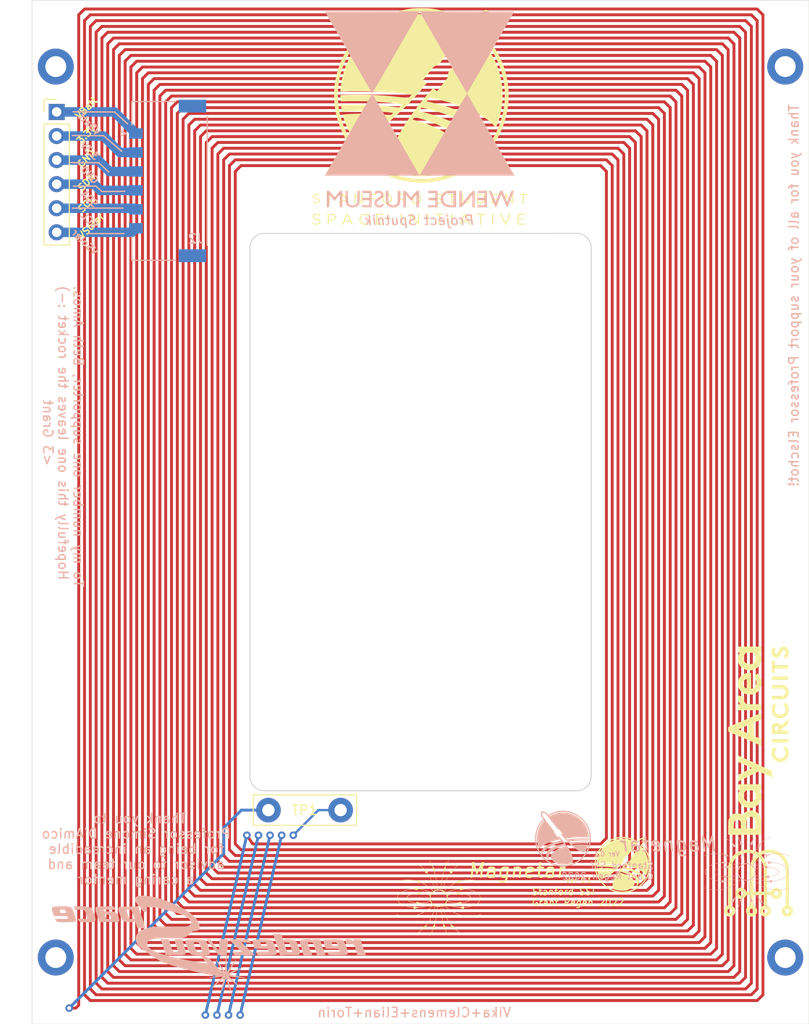
<source format=kicad_pcb>
(kicad_pcb (version 20221018) (generator pcbnew)
  (layers (0 "F.Cu" signal) (1 "In1.Cu" signal) (2 "In2.Cu" signal) (3 "In3.Cu" signal) (4 "In4.Cu" signal) (31 "B.Cu" signal) (34 "B.Paste" user) (35 "F.Paste" user) (36 "B.SilkS" user "B.Silkscreen") (37 "F.SilkS" user "F.Silkscreen") (38 "B.Mask" user) (39 "F.Mask" user) (44 "Edge.Cuts" user))
  (net 0 "")
  (net 5 "Coil_IN")
  (net 6 "Net-(J1-Pin_1)")
  (net 7 "Net-(J1-Pin_2)")
  (net 8 "Net-(J1-Pin_3)")
  (net 9 "Net-(J1-Pin_4)")
  (net 10 "Net-(J1-Pin_5)")
  (net 11 "Net-(J1-Pin_6)")
  (footprint "panels:logo_magnet_1" (layer "F.Cu") (at 155.48 133.23)
    (fp_text reference "REF**" hide)
    (fp_text value "logo_magnet_1" hide)
  )
  (footprint "Connector_PinHeader_2.54mm:PinHeader_1x06_P2.54mm_Vertical" (layer "F.Cu") (at 115.14 50.284)
    (fp_text reference "J1" hide)
    (fp_text value "Through_Hole_1")
    (pad "1" thru_hole rect locked (at 0 0) (size 1.7 1.7) (drill 1) (layers "*.Cu" "*.Mask") (net 6 "Net-(J1-Pin_1)"))
    (pad "2" thru_hole oval locked (at 0 2.54) (size 1.7 1.7) (drill 1) (layers "*.Cu" "*.Mask") (net 7 "Net-(J1-Pin_2)"))
    (pad "3" thru_hole oval locked (at 0 5.08) (size 1.7 1.7) (drill 1) (layers "*.Cu" "*.Mask") (net 8 "Net-(J1-Pin_3)"))
    (pad "4" thru_hole oval locked (at 0 7.62) (size 1.7 1.7) (drill 1) (layers "*.Cu" "*.Mask") (net 9 "Net-(J1-Pin_4)"))
    (pad "5" thru_hole oval locked (at 0 10.16) (size 1.7 1.7) (drill 1) (layers "*.Cu" "*.Mask") (net 10 "Net-(J1-Pin_5)"))
    (pad "6" thru_hole oval locked (at 0 12.7) (size 1.7 1.7) (drill 1) (layers "*.Cu" "*.Mask") (net 11 "Net-(J1-Pin_6)"))
  )
  (footprint "panels:logo_SSI" (layer "F.Cu") (at 153.85 49.22)
    (fp_text reference "REF**" hide)
    (fp_text value "logo_SSI" hide)
  )
  (footprint "MountingHole:MountingHole_2.2mm_M2_DIN965_Pad_TopBottom" (layer "F.Cu") (at 192.046 139.497997)
    (fp_text reference "H2" hide)
    (fp_text value "~")
    (pad "1" thru_hole circle (at 0 0) (size 2.6 2.6) (drill 2.2) (layers "*.Cu" "*.Mask"))
    (pad "1" connect circle (at 0 0) (size 3.8 3.8) (layers "F.Cu" "F.Mask"))
    (pad "1" connect circle (at 0 0) (size 3.8 3.8) (layers "B.Cu" "B.Mask"))
  )
  (footprint "panels:BAC_logo" (layer "F.Cu") (at 188.8 120.71 90)
    (fp_text reference "REF**" hide)
    (fp_text value "BAC_logo" hide)
  )
  (footprint "panels:TestPointConnection" (layer "F.Cu") (at 141.312 124.444)
    (fp_text reference "TP1" (at 0 -0.5 unlocked) (layer "F.SilkS"))
    (fp_text value "Start/End of Coil Series" hide)
    (pad "1" thru_hole circle locked (at -3.82 -0.5) (size 2.6 2.6) (drill 1.3) (layers "*.Cu" "*.Mask") (net 5 "Coil_IN"))
    (pad "2" thru_hole circle locked (at 3.8 -0.5) (size 2.6 2.6) (drill 1.3) (layers "*.Cu" "*.Mask") (net 5 "Coil_IN"))
  )
  (footprint "MountingHole:MountingHole_2.2mm_M2_DIN965_Pad_TopBottom" (layer "F.Cu") (at 192.046 45.497997)
    (fp_text reference "H3" hide)
    (fp_text value "~" hide)
    (pad "1" thru_hole circle (at 0 0) (size 2.6 2.6) (drill 2.2) (layers "*.Cu" "*.Mask"))
    (pad "1" connect circle (at 0 0) (size 3.8 3.8) (layers "F.Cu" "F.Mask"))
    (pad "1" connect circle (at 0 0) (size 3.8 3.8) (layers "B.Cu" "B.Mask"))
  )
  (footprint "MountingHole:MountingHole_2.2mm_M2_DIN965_Pad_TopBottom" (layer "F.Cu") (at 115.046 45.497997)
    (fp_text reference "H4" hide)
    (fp_text value "~")
    (pad "1" thru_hole circle (at 0 0) (size 2.6 2.6) (drill 2.2) (layers "*.Cu" "*.Mask"))
    (pad "1" connect circle (at 0 0) (size 3.8 3.8) (layers "F.Cu" "F.Mask"))
    (pad "1" connect circle (at 0 0) (size 3.8 3.8) (layers "B.Cu" "B.Mask"))
  )
  (footprint "panels:logo_SSI_small" (layer "F.Cu") (at 174.71 130)
    (fp_text reference "REF**" hide)
    (fp_text value "logo_SSI_small" hide)
  )
  (footprint "MountingHole:MountingHole_2.2mm_M2_DIN965_Pad_TopBottom" (layer "F.Cu") (at 115.046 139.497997)
    (fp_text reference "H1" hide)
    (fp_text value "~")
    (pad "1" thru_hole circle (at 0 0) (size 2.6 2.6) (drill 2.2) (layers "*.Cu" "*.Mask"))
    (pad "1" connect circle (at 0 0) (size 3.8 3.8) (layers "F.Cu" "F.Mask"))
    (pad "1" connect circle (at 0 0) (size 3.8 3.8) (layers "B.Cu" "B.Mask"))
  )
  (footprint "panels:logo_magnet_1" (layer "B.Cu") (at 187.97 130.46 180)
    (fp_text reference "REF**" hide)
    (fp_text value "logo_magnet_1" hide)
  )
  (footprint "panels:logo_Wende_Sputnik" (layer "B.Cu") (at 153.44899 48.205361 180)
    (fp_text reference "REF**" hide)
    (fp_text value "logo_Wende_Sputnik" hide)
    (fp_text user "Project Sputnik" (at 0 -13.5 unlocked) (layer "B.SilkS") (effects (font (thickness 0.15) italic) (justify mirror)))
  )
  (footprint "panels:MOLEX_2053380006" (layer "B.Cu") (at 127.05 57.56 90)
    (fp_text reference "J2" (at -6.096 2.794) (layer "B.SilkS") (effects (justify mirror)))
    (fp_text value "MOLEX_2053380006")
    (pad "1" smd rect (at 5 -3.55 90) (size 1.1 1.45) (layers "B.Cu" "B.Paste") (net 6 "Net-(J1-Pin_1)"))
    (pad "2" smd rect (at 3 -3.55 90) (size 1.1 1.45) (layers "B.Cu" "B.Paste") (net 7 "Net-(J1-Pin_2)"))
    (pad "3" smd rect (at 1 -3.55 90) (size 1.1 1.45) (layers "B.Cu" "B.Paste") (net 8 "Net-(J1-Pin_3)"))
    (pad "4" smd rect (at -1 -3.55 90) (size 1.1 1.45) (layers "B.Cu" "B.Paste") (net 9 "Net-(J1-Pin_4)"))
    (pad "5" smd rect (at -3 -3.55 90) (size 1.1 1.45) (layers "B.Cu" "B.Paste") (net 10 "Net-(J1-Pin_5)"))
    (pad "6" smd rect (at -5 -3.55 90) (size 1.1 1.45) (layers "B.Cu" "B.Paste") (net 11 "Net-(J1-Pin_6)"))
    (pad "S1" smd rect (at 7.895 2.425 90) (size 1.35 2.9) (layers "B.Cu" "B.Paste"))
    (pad "S2" smd rect (at -7.895 2.425 90) (size 1.35 2.9) (layers "B.Cu" "B.Paste"))
  )
  (footprint "panels:SLAB_logo" (layer "B.Cu") (at 131.429639 136.959096 180)
    (fp_text reference "REF**" hide)
    (fp_text value "SLAB_logo" hide)
  )
  (footprint "panels:logo_SSI_small" (layer "B.Cu") (at 168.74 127.23 180)
    (fp_text reference "REF**" hide)
    (fp_text value "logo_SSI_small" hide)
  )
  (gr_line (start 120.1 52.79) (end 122.01 54.45) (stroke (width 0.15)) (layer "B.SilkS"))
  (gr_line (start 116.87 50.27) (end 121.25 50.29) (stroke (width 0.15)) (layer "B.SilkS"))
  (gr_line (start 121.25 50.29) (end 122.62 51.54) (stroke (width 0.15)) (layer "B.SilkS"))
  (gr_line (start 116.65 55.62) (end 119.58 55.64) (stroke (width 0.15)) (layer "B.SilkS"))
  (gr_line (start 118.48 63.12) (end 122.25 63.12) (stroke (width 0.15)) (layer "B.SilkS"))
  (gr_line (start 119.91 58.68) (end 122.32 58.66) (stroke (width 0.15)) (layer "B.SilkS"))
  (gr_line (start 119.28 58.11) (end 119.91 58.68) (stroke (width 0.15)) (layer "B.SilkS"))
  (gr_line (start 116.79 60.43) (end 122.13 60.43) (stroke (width 0.15)) (layer "B.SilkS"))
  (gr_line (start 119.58 55.64) (end 120.65 56.63) (stroke (width 0.15)) (layer "B.SilkS"))
  (gr_line (start 116.79 52.77) (end 120.1 52.79) (stroke (width 0.15)) (layer "B.SilkS"))
  (gr_line (start 116.9 58.11) (end 119.28 58.11) (stroke (width 0.15)) (layer "B.SilkS"))
  (gr_arc (start 171.554 120.4) (mid 171.11466 121.46066) (end 170.054 121.9) (stroke (width 0.1)) (layer "Edge.Cuts"))
  (gr_arc (start 170.053171 63.097667) (mid 171.113853 63.536985) (end 171.553171 64.597667) (stroke (width 0.1)) (layer "Edge.Cuts"))
  (gr_line (start 112.546 146.497997) (end 194.546 146.497997) (stroke (width 0.05)) (layer "Edge.Cuts"))
  (gr_line (start 194.546 38.497997) (end 112.546 38.497997) (stroke (width 0.05)) (layer "Edge.Cuts"))
  (gr_line (start 135.53966 110.90066) (end 135.54317 74.097667) (stroke (width 0.1)) (layer "Edge.Cuts"))
  (gr_line (start 171.554001 110.9) (end 171.554 120.4) (stroke (width 0.1)) (layer "Edge.Cuts"))
  (gr_line (start 170.053171 63.097667) (end 137.03883 63.098327) (stroke (width 0.1)) (layer "Edge.Cuts"))
  (gr_arc (start 135.53883 64.598327) (mid 135.978163 63.53766) (end 137.03883 63.098327) (stroke (width 0.1)) (layer "Edge.Cuts"))
  (gr_line (start 171.553171 64.597667) (end 171.55317 74.097667) (stroke (width 0.1)) (layer "Edge.Cuts"))
  (gr_line (start 135.54317 74.097667) (end 135.53883 64.598327) (stroke (width 0.1)) (layer "Edge.Cuts"))
  (gr_arc (start 137.044 121.9) (mid 135.98334 121.46066) (end 135.544 120.4) (stroke (width 0.1)) (layer "Edge.Cuts"))
  (gr_line (start 112.546 146.497997) (end 112.546 38.497997) (stroke (width 0.05)) (layer "Edge.Cuts"))
  (gr_line (start 171.55317 74.097667) (end 171.554001 110.9) (stroke (width 0.1)) (layer "Edge.Cuts"))
  (gr_line (start 135.544 120.4) (end 135.53966 110.90066) (stroke (width 0.1)) (layer "Edge.Cuts"))
  (gr_line (start 194.546 146.497997) (end 194.546 38.497997) (stroke (width 0.05)) (layer "Edge.Cuts"))
  (gr_line (start 137.044 121.9) (end 170.054 121.9) (stroke (width 0.1)) (layer "Edge.Cuts"))
  (gr_text "VSolar" (at 118.112 64.036 -45) (layer "B.SilkS") (effects (font (size 0.7 0.7)) (justify mirror)))
  (gr_text "Thank you for all of your support Professor Elschot!" (at 192.95 69.64 90) (layer "B.SilkS") (effects (font (size 1 1)) (justify mirror)))
  (gr_text "Thank you to \nProfessor Simone D'Amico\nfor being an increadible\nadvisor to our team and\na caring mentor" (at 123.54 128.04) (layer "B.SilkS") (effects (font (size 1 1)) (justify mirror)))
  (gr_text "Stanford SSI \nGrant Regen 2022" (at 178.24 130.35) (layer "B.SilkS") (effects (font (size 0.7 0.7) (thickness 0.1) italic) (justify left mirror)))
  (gr_text "SDA" (at 118.62 59.464 -45) (layer "B.SilkS") (effects (font (size 0.7 0.7)) (justify mirror)))
  (gr_text "Ver 0.1" (at 173.19 128.57) (layer "B.SilkS") (effects (font (size 0.5 0.5) (thickness 0.1)) (justify mirror)))
  (gr_text "3.3V" (at 118.62 54.384 -45) (layer "B.SilkS") (effects (font (size 0.7 0.7)) (justify mirror)))
  (gr_text "To my number one supporter, Beth Amos. \nHopefully this one leaves the rocket :-)\n<3 Grant" (at 115.82 84.14 270) (layer "B.SilkS") (effects (font (size 1 1)) (justify mirror)))
  (gr_text "GND" (at 118.62 56.924 -45) (layer "B.SilkS") (effects (font (size 0.7 0.7)) (justify mirror)))
  (gr_text "VBatt" (at 118.62 51.59 -45) (layer "B.SilkS") (effects (font (size 0.7 0.7)) (justify mirror)))
  (gr_text "Vika+Clemens+Elian+Torin" (at 152.88 145.29) (layer "B.SilkS") (effects (font (size 1 1)) (justify mirror)))
  (gr_text "SCL" (at 118.62 61.75 -45) (layer "B.SilkS") (effects (font (size 0.7 0.7)) (justify mirror)))
  (gr_text "Magnetar" (at 179.76 127.55) (layer "B.SilkS") (effects (font (size 1.5 1.5) (thickness 0.2) italic) (justify mirror)))
  (gr_text "Ver 0.1" (at 170.26 131.34) (layer "F.SilkS") (effects (font (size 0.5 0.5) (thickness 0.1))))
  (gr_text "Magnetar" (at 163.69 130.32) (layer "F.SilkS") (effects (font (size 1.5 1.5) (thickness 0.2) italic)))
  (gr_text "Stanford SSI \nGrant Regen 2022" (at 165.21 133.12) (layer "F.SilkS") (effects (font (size 0.7 0.7) (thickness 0.1) italic) (justify left)))
  (gr_text "GND" (at 118.272 55.208 45) (layer "F.SilkS") (effects (font (size 0.7 0.7))))
  (gr_text "VSolar" (at 118.78 62.32 45) (layer "F.SilkS") (effects (font (size 0.7 0.7))))
  (gr_text "3.3V" (at 118.272 52.668 45) (layer "F.SilkS") (effects (font (size 0.7 0.7))))
  (gr_text "SCL" (at 118.272 60.034 45) (layer "F.SilkS") (effects (font (size 0.7 0.7))))
  (gr_text "SDA" (at 118.272 57.748 45) (layer "F.SilkS") (effects (font (size 0.7 0.7))))
  (gr_text "VBatt" (at 118.272 49.874 45) (layer "F.SilkS") (effects (font (size 0.7 0.7))))
  (segment (start 182.96 136.691999) (end 182.348 137.303999) (width 0.306) (layer "F.Cu") (net 5))
  (segment (start 178.675999 49.828) (end 179.287999 50.44) (width 0.306) (layer "F.Cu") (net 5))
  (segment (start 134.604 128.124) (end 133.992 127.512) (width 0.306) (layer "F.Cu") (net 5))
  (segment (start 188.468 40.036) (end 189.08 40.648) (width 0.306) (layer "F.Cu") (net 5))
  (segment (start 118.691999 144.036) (end 189.079999 144.036) (width 0.306) (layer "F.Cu") (net 5))
  (segment (start 177.451999 131.183999) (end 176.839999 131.795999) (width 0.306) (layer "F.Cu") (net 5))
  (segment (start 117.468 40.036) (end 117.468 144.532) (width 0.306) (layer "F.Cu") (net 5))
  (segment (start 186.019999 140.976) (end 121.751999 140.976) (width 0.306) (layer "F.Cu") (net 5))
  (segment (start 184.796 139.751999) (end 122.976 139.751999) (width 0.306) (layer "F.Cu") (net 5))
  (segment (start 129.708 52.275999) (end 130.32 51.664) (width 0.306) (layer "F.Cu") (net 5))
  (segment (start 127.872 50.44) (end 127.872 133.632) (width 0.306) (layer "F.Cu") (net 5))
  (segment (start 180.512 135.467999) (end 127.26 135.467999) (width 0.306) (layer "F.Cu") (net 5))
  (segment (start 189.691999 40.036) (end 189.079999 39.424) (width 0.306) (layer "F.Cu") (net 5))
  (segment (start 123.588 46.156) (end 123.588 137.916) (width 0.306) (layer "F.Cu") (net 5))
  (segment (start 124.2 45.544) (end 182.959999 45.544) (width 0.306) (layer "F.Cu") (net 5))
  (segment (start 130.32 132.407999) (end 129.708 131.795999) (width 0.306) (layer "F.Cu") (net 5))
  (segment (start 182.348 46.156) (end 182.96 46.768) (width 0.306) (layer "F.Cu") (net 5))
  (segment (start 124.812 137.916) (end 124.199999 137.304) (width 0.306) (layer "F.Cu") (net 5))
  (segment (start 186.02 43.708) (end 186.02 139.751999) (width 0.306) (layer "F.Cu") (net 5))
  (segment (start 175.615999 130.571999) (end 132.155999 130.571999) (width 0.306) (layer "F.Cu") (net 5))
  (segment (start 118.079999 143.424) (end 118.691999 144.036) (width 0.306) (layer "F.Cu") (net 5))
  (segment (start 119.916 42.484) (end 120.528 41.872) (width 0.306) (layer "F.Cu") (net 5))
  (segment (start 121.752 44.32) (end 122.364 43.708) (width 0.306) (layer "F.Cu") (net 5))
  (segment (start 175.004 53.5) (end 175.616 54.112) (width 0.306) (layer "F.Cu") (net 5))
  (segment (start 132.768 55.335999) (end 132.768 128.736) (width 0.306) (layer "F.Cu") (net 5))
  (segment (start 182.959999 45.544) (end 183.571999 46.156) (width 0.306) (layer "F.Cu") (net 5))
  (segment (start 188.468 41.26) (end 188.468 142.199999) (width 0.306) (layer "F.Cu") (net 5))
  (segment (start 128.484 51.052) (end 128.484 133.02) (width 0.306) (layer "F.Cu") (net 5))
  (segment (start 128.484 49.828) (end 178.675999 49.828) (width 0.306) (layer "F.Cu") (net 5))
  (segment (start 181.124 134.855999) (end 180.512 135.467999) (width 0.306) (layer "F.Cu") (net 5))
  (segment (start 118.08 39.424) (end 117.468 40.036) (width 0.306) (layer "F.Cu") (net 5))
  (segment (start 178.676 51.052) (end 178.676 132.408) (width 0.306) (layer "F.Cu") (net 5))
  (segment (start 127.26 49.828) (end 127.872 49.216) (width 0.306) (layer "F.Cu") (net 5))
  (segment (start 189.079999 144.036) (end 189.691999 143.424) (width 0.306) (layer "F.Cu") (net 5))
  (segment (start 118.692 41.26) (end 119.304 40.648) (width 0.306) (layer "F.Cu") (net 5))
  (segment (start 183.572 138.527999) (end 124.2 138.527999) (width 0.306) (layer "F.Cu") (net 5))
  (segment (start 188.468 143.423999) (end 119.304 143.423999) (width 0.306) (layer "F.Cu") (net 5))
  (segment (start 122.976 44.32) (end 184.184 44.32) (width 0.306) (layer "F.Cu") (net 5))
  (segment (start 181.736 47.992) (end 181.736 135.468) (width 0.306) (layer "F.Cu") (net 5))
  (segment (start 184.184 45.543999) (end 184.184 137.915999) (width 0.306) (layer "F.Cu") (net 5))
  (segment (start 120.528 41.872) (end 186.631999 41.872) (width 0.306) (layer "F.Cu") (net 5))
  (segment (start 120.528 43.096) (end 120.528 140.976) (width 0.306) (layer "F.Cu") (net 5))
  (segment (start 182.96 46.768) (end 182.96 136.691999) (width 0.306) (layer "F.Cu") (net 5))
  (segment (start 176.227999 52.276) (end 176.84 52.888) (width 0.306) (layer "F.Cu") (net 5))
  (segment (start 123.588 44.932) (end 183.572 44.932) (width 0.306) (layer "F.Cu") (net 5))
  (segment (start 126.036 136.691999) (end 125.424 136.079999) (width 0.306) (layer "F.Cu") (net 5))
  (segment (start 189.691999 143.424) (end 189.691999 40.036) (width 0.306) (layer "F.Cu") (net 5))
  (segment (start 178.675999 133.631999) (end 129.095999 133.631999) (width 0.306) (layer "F.Cu") (net 5))
  (segment (start 125.424 46.768) (end 181.736 46.768) (width 0.306) (layer "F.Cu") (net 5))
  (segment (start 122.976 45.543999) (end 122.976 138.528) (width 0.306) (layer "F.Cu") (net 5))
  (segment (start 129.096 50.44) (end 178.064 50.44) (width 0.306) (layer "F.Cu") (net 5))
  (segment (start 133.992 56.56) (end 134.604 55.948) (width 0.306) (layer "F.Cu") (net 5))
  (segment (start 187.244 42.484) (end 187.244 140.976) (width 0.306) (layer "F.Cu") (net 5))
  (segment (start 127.26 135.467999) (end 126.648 134.855999) (width 0.306) (layer "F.Cu") (net 5))
  (segment (start 178.064 133.019999) (end 129.708 133.019999) (width 0.306) (layer "F.Cu") (net 5))
  (segment (start 118.08 40.648) (end 118.08 143.424) (width 0.306) (layer "F.Cu") (net 5))
  (segment (start 182.959999 137.916) (end 124.812 137.916) (width 0.306) (layer "F.Cu") (net 5))
  (segment (start 179.9 48.604) (end 180.512 49.216) (width 0.306) (layer "F.Cu") (net 5))
  (segment (start 132.768 55.335999) (end 133.38 54.724) (width 0.306) (layer "F.Cu") (net 5))
  (segment (start 176.227999 53.5) (end 176.227999 129.959999) (width 0.306) (layer "F.Cu") (net 5))
  (segment (start 179.9 134.856) (end 127.872 134.856) (width 0.306) (layer "F.Cu") (net 5))
  (segment (start 125.424 47.992) (end 126.036 47.38) (width 0.306) (layer "F.Cu") (net 5))
  (segment (start 188.468 142.199999) (end 187.856 142.811999) (width 0.306) (layer "F.Cu") (net 5))
  (segment (start 122.364 43.708) (end 184.796 43.708) (width 0.306) (layer "F.Cu") (net 5))
  (segment (start 118.692 40.036) (end 188.468 40.036) (width 0.306) (layer "F.Cu") (net 5))
  (segment (start 127.872 134.856) (end 127.259999 134.244) (width 0.306) (layer "F.Cu") (net 5))
  (segment (start 119.916 41.26) (end 187.244 41.26) (width 0.306) (layer "F.Cu") (net 5))
  (segment (start 187.856 141.588) (end 187.244 142.2) (width 0.306) (layer "F.Cu") (net 5))
  (segment (start 184.184 139.139999) (end 123.588 139.139999) (width 0.306) (layer "F.Cu") (net 5))
  (segment (start 176.84 52.888) (end 176.84 130.571999) (width 0.306) (layer "F.Cu") (net 5))
  (segment (start 179.9 49.828) (end 179.9 133.631999) (width 0.306) (layer "F.Cu") (net 5))
  (segment (start 135.827999 127.512) (end 135.215999 126.594) (width 0.306) (layer "F.Cu") (net 5))
  (segment (start 122.364 140.363999) (end 121.751999 139.751999) (width 0.306) (layer "F.Cu") (net 5))
  (segment (start 126.036 48.603999) (end 126.036 135.468) (width 0.306) (layer "F.Cu") (net 5))
  (segment (start 185.408 139.139999) (end 184.796 139.751999) (width 0.306) (layer "F.Cu") (net 5))
  (segment (start 127.872 49.216) (end 179.287999 49.216) (width 0.306) (layer "F.Cu") (net 5))
  (segment (start 126.036 48.603999) (end 126.648 47.992) (width 0.306) (layer "F.Cu") (net 5))
  (segment (start 173.167999 126.9) (end 172.555999 127.512) (width 0.306) (layer "F.Cu") (net 5))
  (segment (start 185.408 140.363999) (end 122.364 140.363999) (width 0.306) (layer "F.Cu") (net 5))
  (segment (start 181.124 136.079999) (end 126.648 136.079999) (width 0.306) (layer "F.Cu") (net 5))
  (segment (start 178.064 50.44) (end 178.676 51.052) (width 0.306) (layer "F.Cu") (net 5))
  (segment (start 179.287999 134.243999) (end 128.484 134.243999) (width 0.306) (layer "F.Cu") (net 5))
  (segment (start 120.528 142.2) (end 119.915999 141.588) (width 0.306) (layer "F.Cu") (net 5))
  (segment (start 179.287999 133.019999) (end 178.675999 133.631999) (width 0.306) (layer "F.Cu") (net 5))
  (segment (start 122.976 139.751999) (end 122.364 139.139999) (width 0.306) (layer "F.Cu") (net 5))
  (segment (start 189.08 40.648) (end 189.08 142.811999) (width 0.306) (layer "F.Cu") (net 5))
  (segment (start 124.2 46.768) (end 124.2 137.304) (width 0.306) (layer "F.Cu") (net 5))
  (segment (start 133.38 54.724) (end 173.78 54.724) (width 0.306) (layer "F.Cu") (net 5))
  (segment (start 185.408 44.32) (end 185.408 139.139999) (width 0.306) (layer "F.Cu") (net 5))
  (segment (start 119.304 41.871999) (end 119.304 142.2) (width 0.306) (layer "F.Cu") (net 5))
  (segment (start 172.555999 127.512) (end 135.827999 127.512) (width 0.306) (layer "F.Cu") (net 5))
  (segment (start 173.78 55.948) (end 173.78 127.512) (width 0.306) (layer "F.Cu") (net 5))
  (segment (start 124.812 47.38) (end 124.812 136.692) (width 0.306) (layer "F.Cu") (net 5))
  (segment (start 178.064 131.795999) (end 177.452 132.407999) (width 0.306) (layer "F.Cu") (net 5))
  (segment (start 130.32 52.888) (end 130.932 52.276) (width 0.306) (layer "F.Cu") (net 5))
  (segment (start 173.168 128.124) (end 134.604 128.124) (width 0.306) (layer "F.Cu") (net 5))
  (segment (start 122.364 44.932) (end 122.976 44.32) (width 0.306) (layer "F.Cu") (net 5))
  (segment (start 119.916 142.811999) (end 119.304 142.199999) (width 0.306) (layer "F.Cu") (net 5))
  (segment (start 173.78 127.512) (end 173.168 128.124) (width 0.306) (layer "F.Cu") (net 5))
  (segment (start 179.287999 49.216) (end 179.9 49.828) (width 0.306) (layer "F.Cu") (net 5))
  (segment (start 184.796 43.708) (end 185.408 44.32) (width 0.306) (layer "F.Cu") (net 5))
  (segment (start 131.544 52.888) (end 175.615999 52.888) (width 0.306) (layer "F.Cu") (net 5))
  (segment (start 181.736 46.768) (end 182.348 47.38) (width 0.306) (layer "F.Cu") (net 5))
  (segment (start 132.156 53.5) (end 175.004 53.5) (width 0.306) (layer "F.Cu") (net 5))
  (segment (start 174.392 128.123999) (end 173.78 128.735999) (width 0.306) (layer "F.Cu") (net 5))
  (segment (start 129.095999 133.631999) (end 128.483999 133.019999) (width 0.306) (layer "F.Cu") (net 5))
  (segment (start 183.571999 46.156) (end 183.571999 137.304) (width 0.306) (layer "F.Cu") (net 5))
  (segment (start 173.167999 56.56) (end 173.167999 126.9) (width 0.306) (layer "F.Cu") (net 5))
  (segment (start 121.751999 140.976) (end 121.139999 140.364) (width 0.306) (layer "F.Cu") (net 5))
  (segment (start 117.17 144.83) (end 116.46 144.83) (width 0.306) (layer "F.Cu") (net 5))
  (segment (start 186.631999 43.096) (end 186.631999 140.364) (width 0.306) (layer "F.Cu") (net 5))
  (segment (start 133.992 128.735999) (end 133.379999 128.123999) (width 0.306) (layer "F.Cu") (net 5))
  (segment (start 129.708 133.019999) (end 129.095999 132.408) (width 0.306) (layer "F.Cu") (net 5))
  (segment (start 182.348 136.079999) (end 181.736 136.691999) (width 0.306) (layer "F.Cu") (net 5))
  (segment (start 122.364 44.932) (end 122.364 139.14) (width 0.306) (layer "F.Cu") (net 5))
  (segment (start 119.916 42.484) (end 119.916 141.588) (width 0.306) (layer "F.Cu") (net 5))
  (segment (start 118.08 40.648) (end 118.692 40.036) (width 0.306) (layer "F.Cu") (net 5))
  (segment (start 126.648 49.216) (end 127.26 48.604) (width 0.306) (layer "F.Cu") (net 5))
  (segment (start 121.14 42.484) (end 186.019999 42.484) (width 0.306) (layer "F.Cu") (net 5))
  (segment (start 120.528 43.096) (end 121.14 42.484) (width 0.306) (layer "F.Cu") (net 5))
  (segment (start 129.096 51.664) (end 129.096 132.408) (width 0.306) (layer "F.Cu") (net 5))
  (segment (start 125.424 137.303999) (end 124.812 136.691999) (width 0.306) (layer "F.Cu") (net 5))
  (segment (start 176.839999 51.664) (end 177.451999 52.275999) (width 0.306) (layer "F.Cu") (net 5))
  (segment (start 175.616 54.112) (end 175.616 129.347999) (width 0.306) (layer "F.Cu") (net 5))
  (segment (start 121.14 43.708) (end 121.14 140.364) (width 0.306) (layer "F.Cu") (net 5))
  (segment (start 173.168 55.336) (end 173.78 55.948) (width 0.306) (layer "F.Cu") (net 5))
  (segment (start 121.752 44.32) (end 121.752 139.752) (width 0.306) (layer "F.Cu") (net 5))
  (segment (start 119.304 40.648) (end 187.856 40.648) (width 0.306) (layer "F.Cu") (net 5))
  (segment (start 187.244 142.2) (end 120.528 142.2) (width 0.306) (layer "F.Cu") (net 5))
  (segment (start 181.736 136.691999) (end 126.036 136.691999) (width 0.306) (layer "F.Cu") (net 5))
  (segment (start 130.932 53.5) (end 130.932 130.572) (width 0.306) (layer "F.Cu") (net 5))
  (segment (start 182.348 137.303999) (end 125.424 137.303999) (width 0.306) (layer "F.Cu") (net 5))
  (segment (start 180.512 49.216) (end 180.512 134.244) (width 0.306) (layer "F.Cu") (net 5))
  (segment (start 182.348 47.38) (end 182.348 136.079999) (width 0.306) (layer "F.Cu") (net 5))
  (segment (start 180.512 134.244) (end 179.9 134.856) (width 0.306) (layer "F.Cu") (net 5))
  (segment (start 124.812 46.156) (end 182.348 46.156) (width 0.306) (layer "F.Cu") (net 5))
  (segment (start 176.84 130.571999) (end 176.227999 131.183999) (width 0.306) (layer "F.Cu") (net 5))
  (segment (start 186.019999 42.484) (end 186.631999 43.096) (width 0.306) (layer "F.Cu") (net 5))
  (segment (start 176.839999 131.795999) (end 130.932 131.795999) (width 0.306) (layer "F.Cu") (net 5))
  (segment (start 187.244 140.976) (end 186.631999 141.588) (width 0.306) (layer "F.Cu") (net 5))
  (segment (start 179.287999 50.44) (end 179.287999 133.019999) (width 0.306) (layer "F.Cu") (net 5))
  (segment (start 132.156 54.724) (end 132.768 54.112) (width 0.306) (layer "F.Cu") (net 5))
  (segment (start 117.468 144.532) (end 117.17 144.83) (width 0.306) (layer "F.Cu") (net 5))
  (segment (start 121.752 43.096) (end 185.408 43.096) (width 0.306) (layer "F.Cu") (net 5))
  (segment (start 133.992 56.56) (end 133.992 127.512) (width 0.306) (layer "F.Cu") (net 5))
  (segment (start 178.064 51.664) (end 178.064 131.795999) (width 0.306) (layer "F.Cu") (net 5))
  (segment (start 185.408 43.096) (end 186.02 43.708) (width 0.306) (layer "F.Cu") (net 5))
  (segment (start 175.004 54.724) (end 175.004 128.735999) (width 0.306) (layer "F.Cu") (net 5))
  (segment (start 122.976 45.543999) (end 123.588 44.932) (width 0.306) (layer "F.Cu") (net 5))
  (segment (start 172.555999 55.948) (end 173.167999 56.56) (width 0.306) (layer "F.Cu") (net 5))
  (segment (start 189.08 142.811999) (end 188.468 143.423999) (width 0.306) (layer "F.Cu") (net 5))
  (segment (start 126.036 47.38) (end 181.124 47.38) (width 0.306) (layer "F.Cu") (net 5))
  (segment (start 131.544 54.112) (end 131.544 129.96) (width 0.306) (layer "F.Cu") (net 5))
  (segment (start 173.78 54.724) (end 174.392 55.335999) (width 0.306) (layer "F.Cu") (net 5))
  (segment (start 187.856 142.811999) (end 119.916 142.811999) (width 0.306) (layer "F.Cu") (net 5))
  (segment (start 132.768 54.112) (end 174.392 54.112) (width 0.306) (layer "F.Cu") (net 5))
  (segment (start 181.124 48.603999) (end 181.124 134.855999) (width 0.306) (layer "F.Cu") (net 5))
  (segment (start 186.631999 141.588) (end 121.14 141.588) (width 0.306) (layer "F.Cu") (net 5))
  (segment (start 119.304 41.871999) (end 119.916 41.26) (width 0.306) (layer "F.Cu") (net 5))
  (segment (start 174.392 129.347999) (end 133.38 129.347999) (width 0.306) (layer "F.Cu") (net 5))
  (segment (start 183.571999 137.304) (end 182.959999 137.916) (width 0.306) (layer "F.Cu") (net 5))
  (segment (start 181.124 47.38) (end 181.736 47.992) (width 0.306) (layer "F.Cu") (net 5))
  (segment (start 121.14 43.708) (end 121.752 43.096) (width 0.306) (layer "F.Cu") (net 5))
  (segment (start 119.304 143.423999) (end 118.691999 142.811999) (width 0.306) (layer "F.Cu") (net 5))
  (segment (start 129.708 52.275999) (end 129.708 131.796) (width 0.306) (layer "F.Cu") (net 5))
  (segment (start 174.392 55.335999) (end 174.392 128.123999) (width 0.306) (layer "F.Cu") (net 5))
  (segment (start 128.484 134.243999) (end 127.872 133.631999) (width 0.306) (layer "F.Cu") (net 5))
  (segment (start 126.648 49.216) (end 126.648 134.856) (width 0.306) (layer "F.Cu") (net 5))
  (segment (start 176.227999 131.183999) (end 131.544 131.183999) (width 0.306) (layer "F.Cu") (net 5))
  (segment (start 177.452 132.407999) (end 130.32 132.407999) (width 0.306) (layer "F.Cu") (net 5))
  (segment (start 177.451999 52.275999) (end 177.451999 131.183999) (width 0.306) (layer "F.Cu") (net 5))
  (segment (start 186.02 139.751999) (end 185.408 140.363999) (width 0.306) (layer "F.Cu") (net 5))
  (segment (start 184.796 138.528) (end 184.184 139.139999) (width 0.306) (layer "F.Cu") (net 5))
  (segment (start 124.812 47.38) (end 125.424 46.768) (width 0.306) (layer "F.Cu") (net 5))
  (segment (start 132.155999 130.571999) (end 131.543999 129.959999) (width 0.306) (layer "F.Cu") (net 5))
  (segment (start 126.648 136.079999) (end 126.035999 135.468) (width 0.306) (layer "F.Cu") (net 5))
  (segment (start 175.004 128.735999) (end 174.392 129.347999) (width 0.306) (layer "F.Cu") (net 5))
  (segment (start 189.079999 39.424) (end 118.08 39.424) (width 0.306) (layer "F.Cu") (net 5))
  (segment (start 184.184 44.32) (end 184.796 44.932) (width 0.306) (layer "F.Cu") (net 5))
  (segment (start 175.615999 52.888) (end 176.227999 53.5) (width 0.306) (layer "F.Cu") (net 5))
  (segment (start 174.392 54.112) (end 175.004 54.724) (width 0.306) (layer "F.Cu") (net 5))
  (segment (start 177.452 51.052) (end 178.064 51.664) (width 0.306) (layer "F.Cu") (net 5))
  (segment (start 127.26 48.604) (end 179.9 48.604) (width 0.306) (layer "F.Cu") (net 5))
  (segment (start 132.768 129.959999) (end 132.155999 129.347999) (width 0.306) (layer "F.Cu") (net 5))
  (segment (start 130.32 52.888) (end 130.32 131.184) (width 0.306) (layer "F.Cu") (net 5))
  (segment (start 128.484 51.052) (end 129.096 50.44) (width 0.306) (layer "F.Cu") (net 5))
  (segment (start 175.004 129.959999) (end 132.768 129.959999) (width 0.306) (layer "F.Cu") (net 5))
  (segment (start 183.572 44.932) (end 184.184 45.543999) (width 0.306) (layer "F.Cu") (net 5))
  (segment (start 130.32 51.664) (end 176.839999 51.664) (width 0.306) (layer "F.Cu") (net 5))
  (segment (start 133.38 129.347999) (end 132.768 128.735999) (width 0.306) (layer "F.Cu") (net 5))
  (segment (start 133.38 55.948) (end 133.992 55.336) (width 0.306) (layer "F.Cu") (net 5))
  (segment (start 124.2 46.768) (end 124.812 46.156) (width 0.306) (layer "F.Cu") (net 5))
  (segment (start 124.2 138.527999) (end 123.588 137.915999) (width 0.306) (layer "F.Cu") (net 5))
  (segment (start 187.244 41.26) (end 187.856 41.871999) (width 0.306) (layer "F.Cu") (net 5))
  (segment (start 131.544 54.112) (end 132.156 53.5) (width 0.306) (layer "F.Cu") (net 5))
  (segment (start 123.588 46.156) (end 124.2 45.544) (width 0.306) (layer "F.Cu") (net 5))
  (segment (start 187.856 41.871999) (end 187.856 141.588) (width 0.306) (layer "F.Cu") (net 5))
  (segment (start 132.156 54.724) (end 132.156 129.347999) (width 0.306) (layer "F.Cu") (net 5))
  (segment (start 184.796 44.932) (end 184.796 138.528) (width 0.306) (layer "F.Cu") (net 5))
  (segment (start 129.096 51.664) (end 129.708 51.052) (width 0.306) (layer "F.Cu") (net 5))
  (segment (start 130.932 131.795999) (end 130.319999 131.183999) (width 0.306) (layer "F.Cu") (net 5))
  (segment (start 176.227999 129.959999) (end 175.615999 130.571999) (width 0.306) (layer "F.Cu") (net 5))
  (segment (start 123.588 139.139999) (end 122.975999 138.528) (width 0.306) (layer "F.Cu") (net 5))
  (segment (start 181.736 135.468) (end 181.124 136.079999) (width 0.306) (layer "F.Cu") (net 5))
  (segment (start 133.38 55.948) (end 133.38 128.124) (width 0.306) (layer "F.Cu") (net 5))
  (segment (start 175.616 129.347999) (end 175.004 129.959999) (width 0.306) (layer "F.Cu") (net 5))
  (segment (start 121.14 141.588) (end 120.528 140.976) (width 0.306) (layer "F.Cu") (net 5))
  (segment (start 184.184 137.915999) (end 183.572 138.527999) (width 0.306) (layer "F.Cu") (net 5))
  (segment (start 187.856 40.648) (end 188.468 41.26) (width 0.306) (layer "F.Cu") (net 5))
  (segment (start 186.631999 41.872) (end 187.244 42.484) (width 0.306) (layer "F.Cu") (net 5))
  (segment (start 178.676 132.408) (end 178.064 133.019999) (width 0.306) (layer "F.Cu") (net 5))
  (segment (start 126.648 47.992) (end 180.512 47.992) (width 0.306) (layer "F.Cu") (net 5))
  (segment (start 133.992 55.336) (end 173.168 55.336) (width 0.306) (layer "F.Cu") (net 5))
  (segment (start 129.708 51.052) (end 177.452 51.052) (width 0.306) (layer "F.Cu") (net 5))
  (segment (start 179.9 133.631999) (end 179.287999 134.243999) (width 0.306) (layer "F.Cu") (net 5))
  (segment (start 134.604 55.948) (end 172.555999 55.948) (width 0.306) (layer "F.Cu") (net 5))
  (segment (start 127.872 50.44) (end 128.484 49.828) (width 0.306) (layer "F.Cu") (net 5))
  (segment (start 186.631999 140.364) (end 186.019999 140.976) (width 0.306) (layer "F.Cu") (net 5))
  (segment (start 131.544 131.183999) (end 130.932 130.571999) (width 0.306) (layer "F.Cu") (net 5))
  (segment (start 173.78 128.735999) (end 133.992 128.735999) (width 0.306) (layer "F.Cu") (net 5))
  (segment (start 180.512 47.992) (end 181.124 48.603999) (width 0.306) (layer "F.Cu") (net 5))
  (segment (start 125.424 47.992) (end 125.424 136.08) (width 0.306) (layer "F.Cu") (net 5))
  (segment (start 130.932 52.276) (end 176.227999 52.276) (width 0.306) (layer "F.Cu") (net 5))
  (segment (start 118.692 41.26) (end 118.692 142.811999) (width 0.306) (layer "F.Cu") (net 5))
  (segment (start 130.932 53.5) (end 131.544 52.888) (width 0.306) (layer "F.Cu") (net 5))
  (segment (start 127.26 49.828) (end 127.26 134.244) (width 0.306) (layer "F.Cu") (net 5))
  (via (at 135.215999 126.594) (size 0.8) (drill 0.4) (layers "F.Cu" "B.Cu") (net 5))
  (via (at 116.46 144.83) (size 0.8) (drill 0.4) (layers "F.Cu" "B.Cu") (net 5))
  (via (at 134.506 145.566) (size 0.8) (drill 0.4) (layers "F.Cu" "B.Cu") (net 5))
  (via (at 136.439999 126.594) (size 0.8) (drill 0.4) (layers "F.Cu" "B.Cu") (net 5))
  (via (at 132.058 145.566) (size 0.8) (drill 0.4) (layers "F.Cu" "B.Cu") (net 5))
  (via (at 138.887999 126.594) (size 0.8) (drill 0.4) (layers "F.Cu" "B.Cu") (net 5))
  (via (at 130.833999 145.566) (size 0.8) (drill 0.4) (layers "F.Cu" "B.Cu") (net 5))
  (via (at 137.663999 126.594) (size 0.8) (drill 0.4) (layers "F.Cu" "B.Cu") (net 5))
  (via (at 133.282 145.566) (size 0.8) (drill 0.4) (layers "F.Cu" "B.Cu") (net 5))
  (via (at 140.111999 126.594) (size 0.8) (drill 0.4) (layers "F.Cu" "B.Cu") (net 5))
  (segment (start 132.78 125.8) (end 134.636 123.944) (width 0.306) (layer "B.Cu") (net 5))
  (segment (start 132.78 128.51) (end 132.78 125.8) (width 0.306) (layer "B.Cu") (net 5))
  (segment (start 140.111999 126.594) (end 142.761999 123.944) (width 0.25) (layer "B.Cu") (net 5))
  (segment (start 134.506 145.566) (end 138.887999 126.594) (width 0.306) (layer "B.Cu") (net 5))
  (segment (start 134.636 123.944) (end 137.492 123.944) (width 0.306) (layer "B.Cu") (net 5))
  (segment (start 130.833999 145.566) (end 135.215999 126.594) (width 0.306) (layer "B.Cu") (net 5))
  (segment (start 142.761999 123.944) (end 145.112 123.944) (width 0.25) (layer "B.Cu") (net 5))
  (segment (start 116.46 144.83) (end 132.78 128.51) (width 0.306) (layer "B.Cu") (net 5))
  (segment (start 132.058 145.566) (end 136.439999 126.594) (width 0.306) (layer "B.Cu") (net 5))
  (segment (start 133.282 145.566) (end 137.663999 126.594) (width 0.306) (layer "B.Cu") (net 5))
  (segment (start 115.14 50.284) (end 121.224 50.284) (width 1) (layer "B.Cu") (net 6))
  (segment (start 121.224 50.284) (end 123.5 52.56) (width 1) (layer "B.Cu") (net 6))
  (segment (start 121.81 54.56) (end 123.5 54.56) (width 1) (layer "B.Cu") (net 7))
  (segment (start 115.14 52.824) (end 120.074 52.824) (width 1) (layer "B.Cu") (net 7))
  (segment (start 120.074 52.824) (end 121.81 54.56) (width 1) (layer "B.Cu") (net 7))
  (segment (start 115.14 55.364) (end 119.514 55.364) (width 1) (layer "B.Cu") (net 8))
  (segment (start 119.514 55.364) (end 120.71 56.56) (width 1) (layer "B.Cu") (net 8))
  (segment (start 120.71 56.56) (end 123.5 56.56) (width 1) (layer "B.Cu") (net 8))
  (segment (start 119.094 57.904) (end 119.75 58.56) (width 1) (layer "B.Cu") (net 9))
  (segment (start 115.14 57.904) (end 119.094 57.904) (width 1) (layer "B.Cu") (net 9))
  (segment (start 119.75 58.56) (end 123.5 58.56) (width 1) (layer "B.Cu") (net 9))
  (segment (start 123.384 60.444) (end 123.5 60.56) (width 1) (layer "B.Cu") (net 10))
  (segment (start 115.14 60.444) (end 123.384 60.444) (width 1) (layer "B.Cu") (net 10))
  (segment (start 115.14 62.984) (end 123.076 62.984) (width 1) (layer "B.Cu") (net 11))
  (segment (start 123.076 62.984) (end 123.5 62.56) (width 1) (layer "B.Cu") (net 11))
)
</source>
